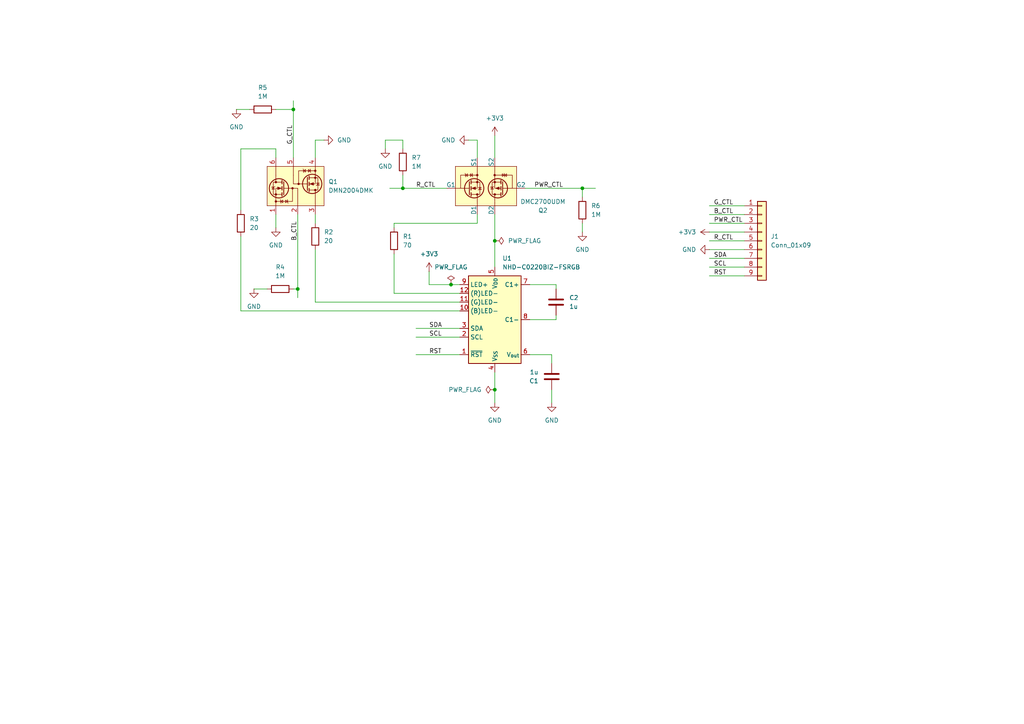
<source format=kicad_sch>
(kicad_sch (version 20231120) (generator "eeschema") (generator_version "8.0")
  (paper "A4")
  (lib_symbols
    (symbol "Connector_Generic:Conn_01x09" (pin_names (offset 1.016) hide)
      (property "Reference" "J" (at 0 12.7 0))
      (property "Value" "Conn_01x09" (at 0 -12.7 0))
      (symbol "Conn_01x09_1_1"
        (rectangle (start -1.27 -10.033) (end 0 -10.287) (stroke (width 0.1524)))
        (rectangle (start -1.27 -7.493) (end 0 -7.747) (stroke (width 0.1524)))
        (rectangle (start -1.27 -4.953) (end 0 -5.207) (stroke (width 0.1524)))
        (rectangle (start -1.27 -2.413) (end 0 -2.667) (stroke (width 0.1524)))
        (rectangle (start -1.27 0.127) (end 0 -0.127) (stroke (width 0.1524)))
        (rectangle (start -1.27 2.667) (end 0 2.413) (stroke (width 0.1524)))
        (rectangle (start -1.27 5.207) (end 0 4.953) (stroke (width 0.1524)))
        (rectangle (start -1.27 7.747) (end 0 7.493) (stroke (width 0.1524)))
        (rectangle (start -1.27 10.287) (end 0 10.033) (stroke (width 0.1524)))
        (rectangle (start -1.27 11.43) (end 1.27 -11.43) (stroke (width 0.254)) (fill (type background)))
        (pin passive line (at -5.08 10.16 0) (length 3.81) (name "Pin_1") (number "1"))
        (pin passive line (at -5.08 7.62 0) (length 3.81) (name "Pin_2") (number "2"))
        (pin passive line (at -5.08 5.08 0) (length 3.81) (name "Pin_3") (number "3"))
        (pin passive line (at -5.08 2.54 0) (length 3.81) (name "Pin_4") (number "4"))
        (pin passive line (at -5.08 0 0) (length 3.81) (name "Pin_5") (number "5"))
        (pin passive line (at -5.08 -2.54 0) (length 3.81) (name "Pin_6") (number "6"))
        (pin passive line (at -5.08 -5.08 0) (length 3.81) (name "Pin_7") (number "7"))
        (pin passive line (at -5.08 -7.62 0) (length 3.81) (name "Pin_8") (number "8"))
        (pin passive line (at -5.08 -10.16 0) (length 3.81) (name "Pin_9") (number "9"))
      )
    )
    (symbol "Device:C" (pin_numbers hide) (pin_names (offset 0.254))
      (property "Reference" "C" (at 0.635 2.54 0))
      (property "Value" "C" (at 0.635 -2.54 0))
      (symbol "C_0_1"
        (polyline (pts (xy -2.032 -0.762) (xy 2.032 -0.762)) (stroke (width 0.508)))
        (polyline (pts (xy -2.032 0.762) (xy 2.032 0.762)) (stroke (width 0.508)))
      )
      (symbol "C_1_1"
        (pin passive line (at 0 3.81 270) (length 2.794) (name "~") (number "1"))
        (pin passive line (at 0 -3.81 90) (length 2.794) (name "~") (number "2"))
      )
    )
    (symbol "Device:R" (pin_numbers hide) (pin_names (offset 0))
      (property "Reference" "R" (at 2.032 0 90))
      (property "Value" "R" (at 0 0 90))
      (symbol "R_0_1"
        (rectangle (start -1.016 -2.54) (end 1.016 2.54) (stroke (width 0.254)))
      )
      (symbol "R_1_1"
        (pin passive line (at 0 3.81 270) (length 1.27) (name "~") (number "1"))
        (pin passive line (at 0 -3.81 90) (length 1.27) (name "~") (number "2"))
      )
    )
    (symbol "Display_Character:NHD-C0220BIZ-FSRGB"
      (property "Reference" "U" (at -7.62 13.335 0))
      (property "Value" "NHD-C0220BIZ-FSRGB" (at 2.54 -13.97 0))
      (symbol "NHD-C0220BIZ-FSRGB_0_1"
        (rectangle (start -7.62 12.7) (end 7.62 -12.7) (stroke (width 0.254)) (fill (type background)))
      )
      (symbol "NHD-C0220BIZ-FSRGB_1_1"
        (pin input line (at -10.16 -10.16 0) (length 2.54) (name "~{RST}") (number "1"))
        (pin passive line (at -10.16 2.54 0) (length 2.54) (name "(B)LED-") (number "10"))
        (pin passive line (at -10.16 5.08 0) (length 2.54) (name "(G)LED-") (number "11"))
        (pin passive line (at -10.16 7.62 0) (length 2.54) (name "(R)LED-") (number "12"))
        (pin input line (at -10.16 -5.08 0) (length 2.54) (name "SCL") (number "2"))
        (pin bidirectional line (at -10.16 -2.54 0) (length 2.54) (name "SDA") (number "3"))
        (pin power_in line (at 0 -15.24 90) (length 2.54) (name "V_{SS}") (number "4"))
        (pin power_in line (at 0 15.24 270) (length 2.54) (name "V_{DD}") (number "5"))
        (pin passive line (at 10.16 -10.16 180) (length 2.54) (name "V_{out}") (number "6"))
        (pin passive line (at 10.16 10.16 180) (length 2.54) (name "C1+") (number "7"))
        (pin passive line (at 10.16 0 180) (length 2.54) (name "C1-") (number "8"))
        (pin passive line (at -10.16 10.16 0) (length 2.54) (name "LED+") (number "9"))
      )
    )
    (symbol "Project_Components:DMC2700UDM" (pin_numbers hide) (pin_names (offset 0))
      (property "Reference" "Q" (at 4.572 8.636 0))
      (property "Value" "DMC2700UDM" (at 4.572 6.35 0))
      (symbol "DMC2700UDM_0_1"
        (polyline (pts (xy -8.89 0) (xy -7.62 0)))
        (polyline (pts (xy -2.5467 3.8045) (xy -2.5467 2.5345)))
        (polyline (pts (xy -2.54 -6.35) (xy -2.54 -5.08)))
        (polyline (pts (xy -2.54 5.08) (xy -2.54 3.81)))
        (polyline (pts (xy 2.5341 -2.5451) (xy 2.5341 -5.0851)))
        (polyline (pts (xy 2.5341 2.5349) (xy 2.5341 1.7729)))
        (polyline (pts (xy 2.5378 2.6595) (xy 2.5378 3.6947)))
        (polyline (pts (xy 2.54 -6.35) (xy 2.54 -6.35)))
        (polyline (pts (xy 2.54 -6.35) (xy 2.54 -5.08)))
        (polyline (pts (xy 2.54 5.08) (xy 2.54 3.81)))
        (polyline (pts (xy 4.3121 -1.2751) (xy 4.3121 -2.2911)) (stroke (width 0.254)))
        (polyline (pts (xy 4.3121 0.5029) (xy 4.3121 -0.5131)) (stroke (width 0.254)))
        (polyline (pts (xy 4.3121 2.2809) (xy 4.3121 1.2649)) (stroke (width 0.254)))
        (polyline (pts (xy 4.8201 -0.0051) (xy 7.6141 -0.0051)))
        (polyline (pts (xy 4.8201 1.8999) (xy 4.8201 -1.9101)) (stroke (width 0.254)))
        (polyline (pts (xy 8.89 0) (xy 7.62 0)))
        (polyline (pts (xy -2.5467 -3.8155) (xy -7.3727 -3.8155) (xy -7.3727 -0.0055)))
        (polyline (pts (xy 2.5341 -2.5451) (xy 2.5341 -0.0051) (xy 4.3121 -0.0051)))
        (polyline (pts (xy 7.6141 -0.0051) (xy 7.6141 -3.8151) (xy 2.5341 -3.8151)))
        (polyline (pts (xy 1.7721 -0.3861) (xy 2.1531 0.2489) (xy 1.3911 0.2489) (xy 1.7721 -0.3861)))
        (polyline (pts (xy 2.2801 -0.5131) (xy 2.1531 -0.3861) (xy 1.3911 -0.3861) (xy 1.2641 -0.2591)))
        (polyline (pts (xy 2.7881 -0.0051) (xy 3.8041 0.3759) (xy 3.8041 -0.3861) (xy 2.7881 -0.0051)) (fill (type outline)))
        (polyline (pts (xy 4.3121 1.7729) (xy 1.7721 1.7729) (xy 1.7721 -1.7831) (xy 4.3121 -1.7831)))
        (circle (center 2.5341 -1.7831) (radius 0.254) (fill (type outline)))
        (circle (center 2.5341 1.7729) (radius 0.254) (fill (type outline)))
        (circle (center 3.4231 -0.0051) (radius 2.794) (stroke (width 0.254)))
      )
      (symbol "DMC2700UDM_1_1"
        (rectangle (start -8.89 5.08) (end 8.89 -6.35) (fill (type background)))
        (circle (center -3.4357 -0.0055) (radius 2.794) (stroke (width 0.254)))
        (circle (center -2.5467 -3.8155) (radius 0.254) (fill (type outline)))
        (circle (center -2.5467 -1.7835) (radius 0.254) (fill (type outline)))
        (circle (center -2.5467 1.7725) (radius 0.254) (fill (type outline)))
        (polyline (pts (xy -4.8327 -0.0055) (xy -7.6267 -0.0055)))
        (polyline (pts (xy -4.8327 1.8995) (xy -4.8327 -1.9105)) (stroke (width 0.254)))
        (polyline (pts (xy -4.3247 -1.2755) (xy -4.3247 -2.2915)) (stroke (width 0.254)))
        (polyline (pts (xy -4.3247 0.5025) (xy -4.3247 -0.5135)) (stroke (width 0.254)))
        (polyline (pts (xy -4.3247 2.2805) (xy -4.3247 1.2645)) (stroke (width 0.254)))
        (polyline (pts (xy -2.5467 -5.0855) (xy -2.5467 -2.5455)))
        (polyline (pts (xy -2.5467 2.5345) (xy -2.5467 1.7725)))
        (polyline (pts (xy -2.5467 -2.5455) (xy -2.5467 -0.0055) (xy -4.3247 -0.0055)))
        (polyline (pts (xy -6.1027 -4.3235) (xy -5.9757 -4.1965) (xy -5.9757 -3.4345) (xy -5.8487 -3.3075)))
        (polyline (pts (xy -5.9757 -3.8155) (xy -5.3407 -4.1965) (xy -5.3407 -3.4345) (xy -5.9757 -3.8155)))
        (polyline (pts (xy -4.3247 -1.7835) (xy -1.7847 -1.7835) (xy -1.7847 1.7725) (xy -4.3247 1.7725)))
        (polyline (pts (xy -4.0707 -0.0055) (xy -3.0547 0.3755) (xy -3.0547 -0.3865) (xy -4.0707 -0.0055)) (fill (type outline)))
        (polyline (pts (xy -3.9437 -3.8155) (xy -4.5787 -3.4345) (xy -4.5787 -4.1965) (xy -3.9437 -3.8155)))
        (polyline (pts (xy -3.8167 -3.3075) (xy -3.9437 -3.4345) (xy -3.9437 -4.1965) (xy -4.0707 -4.3235)))
        (polyline (pts (xy -2.2927 0.5025) (xy -2.1657 0.3755) (xy -1.4037 0.3755) (xy -1.2767 0.2485)))
        (polyline (pts (xy -1.7847 0.3755) (xy -2.1657 -0.2595) (xy -1.4037 -0.2595) (xy -1.7847 0.3755)))
        (polyline (pts (xy 5.2178 -4.3164) (xy 5.3448 -4.1894) (xy 5.3448 -3.4274) (xy 5.4718 -3.3004)))
        (polyline (pts (xy 5.3161 -3.8184) (xy 4.6811 -3.4374) (xy 4.6811 -4.1994) (xy 5.3161 -3.8184)))
        (polyline (pts (xy 5.3448 -3.8084) (xy 5.9798 -4.1894) (xy 5.9798 -3.4274) (xy 5.3448 -3.8084)))
        (circle (center 2.5017 -3.8126) (radius 0.254) (fill (type outline)))
        (pin input line (at -11.43 0 0) (length 2.54) (name "G1") (number "1"))
        (pin passive line (at 2.54 -8.89 90) (length 2.54) (name "S2") (number "2"))
        (pin input line (at 11.43 0 180) (length 2.54) (name "G2") (number "3"))
        (pin passive line (at 2.54 7.62 270) (length 2.54) (name "D2") (number "4"))
        (pin passive line (at -2.54 -8.89 90) (length 2.54) (name "S1") (number "5"))
        (pin passive line (at -2.54 7.62 270) (length 2.54) (name "D1") (number "6"))
      )
    )
    (symbol "Project_Components:DMN2004DMK" (pin_names (offset 0) hide)
      (property "Reference" "Q" (at 9.144 3.81 0))
      (property "Value" "DMN2004DMK" (at 9.144 1.524 0))
      (symbol "DMN2004DMK_0_1"
        (polyline (pts (xy -5.08 2.54) (xy -5.08 1.27)))
        (polyline (pts (xy -5.08 -5.08) (xy -0.254 -5.08) (xy -0.254 -1.27)))
        (polyline (pts (xy 0 -1.27) (xy 1.27 -1.27) (xy 1.27 -6.35)))
        (polyline (pts (xy 1.27 0) (xy 0 0) (xy 0 2.54)))
        (polyline (pts (xy 6.35 3.81) (xy 1.524 3.81) (xy 1.524 0)))
      )
      (symbol "DMN2004DMK_1_1"
        (rectangle (start -7.62 5.08) (end 8.89 -6.35) (fill (type background)))
        (circle (center -5.08 -5.08) (radius 0.254) (fill (type outline)))
        (circle (center -5.08 -3.048) (radius 0.254) (fill (type outline)))
        (circle (center -5.08 0.508) (radius 0.254) (fill (type outline)))
        (circle (center -4.191 -1.27) (radius 2.794) (stroke (width 0.254)))
        (circle (center -0.254 -1.27) (radius 0.254) (fill (type outline)))
        (polyline (pts (xy -5.08 -6.35) (xy -5.08 -3.81)))
        (polyline (pts (xy -5.08 1.27) (xy -5.08 0.508)))
        (polyline (pts (xy -5.08 5.08) (xy -5.08 2.54)))
        (polyline (pts (xy -3.302 -2.54) (xy -3.302 -3.556)) (stroke (width 0.254)))
        (polyline (pts (xy -3.302 -0.762) (xy -3.302 -1.778)) (stroke (width 0.254)))
        (polyline (pts (xy -3.302 1.016) (xy -3.302 0)) (stroke (width 0.254)))
        (polyline (pts (xy -2.794 -1.27) (xy 0 -1.27)))
        (polyline (pts (xy -2.794 0.635) (xy -2.794 -3.175)) (stroke (width 0.254)))
        (polyline (pts (xy 0 5.08) (xy 0 2.54)))
        (polyline (pts (xy 4.064 -1.905) (xy 4.064 1.905)) (stroke (width 0.254)))
        (polyline (pts (xy 4.064 0) (xy 1.27 0)))
        (polyline (pts (xy 4.572 -2.286) (xy 4.572 -1.27)) (stroke (width 0.254)))
        (polyline (pts (xy 4.572 -0.508) (xy 4.572 0.508)) (stroke (width 0.254)))
        (polyline (pts (xy 4.572 1.27) (xy 4.572 2.286)) (stroke (width 0.254)))
        (polyline (pts (xy 6.35 -6.35) (xy 6.35 -2.54)))
        (polyline (pts (xy 6.35 -2.54) (xy 6.35 -1.778)))
        (polyline (pts (xy 6.35 5.08) (xy 6.35 2.54)))
        (polyline (pts (xy -5.08 -3.81) (xy -5.08 -1.27) (xy -3.302 -1.27)))
        (polyline (pts (xy 6.35 2.54) (xy 6.35 0) (xy 4.572 0)))
        (polyline (pts (xy -5.842 -0.889) (xy -5.461 -1.524) (xy -6.223 -1.524) (xy -5.842 -0.889)))
        (polyline (pts (xy -5.334 -0.762) (xy -5.461 -0.889) (xy -6.223 -0.889) (xy -6.35 -1.016)))
        (polyline (pts (xy -3.81 -4.572) (xy -3.683 -4.699) (xy -3.683 -5.461) (xy -3.556 -5.588)))
        (polyline (pts (xy -3.683 -5.08) (xy -3.048 -4.699) (xy -3.048 -5.461) (xy -3.683 -5.08)))
        (polyline (pts (xy -3.556 -1.27) (xy -4.572 -0.889) (xy -4.572 -1.651) (xy -3.556 -1.27)) (fill (type outline)))
        (polyline (pts (xy -3.302 -3.048) (xy -5.842 -3.048) (xy -5.842 0.508) (xy -3.302 0.508)))
        (polyline (pts (xy -1.651 -5.08) (xy -2.286 -5.461) (xy -2.286 -4.699) (xy -1.651 -5.08)))
        (polyline (pts (xy -1.524 -5.588) (xy -1.651 -5.461) (xy -1.651 -4.699) (xy -1.778 -4.572)))
        (polyline (pts (xy 2.794 4.318) (xy 2.921 4.191) (xy 2.921 3.429) (xy 3.048 3.302)))
        (polyline (pts (xy 2.921 3.81) (xy 3.556 4.191) (xy 3.556 3.429) (xy 2.921 3.81)))
        (polyline (pts (xy 4.572 1.778) (xy 7.112 1.778) (xy 7.112 -1.778) (xy 4.572 -1.778)))
        (polyline (pts (xy 4.826 0) (xy 5.842 -0.381) (xy 5.842 0.381) (xy 4.826 0)) (fill (type outline)))
        (polyline (pts (xy 4.953 3.81) (xy 4.318 3.429) (xy 4.318 4.191) (xy 4.953 3.81)))
        (polyline (pts (xy 5.08 3.302) (xy 4.953 3.429) (xy 4.953 4.191) (xy 4.826 4.318)))
        (polyline (pts (xy 6.604 -0.508) (xy 6.731 -0.381) (xy 7.493 -0.381) (xy 7.62 -0.254)))
        (polyline (pts (xy 7.112 -0.381) (xy 6.731 0.254) (xy 7.493 0.254) (xy 7.112 -0.381)))
        (circle (center 1.524 0) (radius 0.254) (fill (type outline)))
        (circle (center 5.461 0) (radius 2.794) (stroke (width 0.254)))
        (circle (center 6.35 -1.778) (radius 0.254) (fill (type outline)))
        (circle (center 6.35 1.778) (radius 0.254) (fill (type outline)))
        (circle (center 6.35 3.81) (radius 0.254) (fill (type outline)))
        (pin passive line (at -5.08 -8.89 90) (length 2.54) (name "S1") (number "1"))
        (pin input line (at 1.27 -8.89 90) (length 2.54) (name "G1") (number "2"))
        (pin passive line (at 6.35 -8.89 90) (length 2.54) (name "D2") (number "3"))
        (pin passive line (at 6.35 7.62 270) (length 2.54) (name "S2") (number "4"))
        (pin input line (at 0 7.62 270) (length 2.54) (name "G2") (number "5"))
        (pin passive line (at -5.08 7.62 270) (length 2.54) (name "D1") (number "6"))
      )
    )
    (symbol "power:+3V3" (power) (pin_numbers hide) (pin_names (offset 0) hide)
      (property "Value" "+3V3" (at 0 3.556 0))
      (symbol "+3V3_0_1"
        (polyline (pts (xy -0.762 1.27) (xy 0 2.54)))
        (polyline (pts (xy 0 0) (xy 0 2.54)))
        (polyline (pts (xy 0 2.54) (xy 0.762 1.27)))
      )
      (symbol "+3V3_1_1"
        (pin power_in line (at 0 0 90) (length 0) (name "~") (number "1"))
      )
    )
    (symbol "power:GND" (power) (pin_numbers hide) (pin_names (offset 0) hide)
      (property "Value" "GND" (at 0 -3.81 0))
      (symbol "GND_0_1"
        (polyline (pts (xy 0 0) (xy 0 -1.27) (xy 1.27 -1.27) (xy 0 -2.54) (xy -1.27 -1.27) (xy 0 -1.27)))
      )
      (symbol "GND_1_1"
        (pin power_in line (at 0 0 270) (length 0) (name "~") (number "1"))
      )
    )
    (symbol "power:PWR_FLAG" (power) (pin_numbers hide) (pin_names (offset 0) hide)
      (property "Value" "PWR_FLAG" (at 0 3.81 0))
      (symbol "PWR_FLAG_0_0"
        (pin power_out line (at 0 0 90) (length 0) (name "~") (number "1"))
      )
      (symbol "PWR_FLAG_0_1"
        (polyline (pts (xy 0 0) (xy 0 1.27) (xy -1.016 1.905) (xy 0 2.54) (xy 1.016 1.905) (xy 0 1.27)))
      )
    )
  )
  (junction (at 85.09 31.75))
  (junction (at 116.84 54.61))
  (junction (at 143.51 113.03))
  (junction (at 86.36 83.82))
  (junction (at 143.51 69.85))
  (junction (at 168.91 54.61))
  (junction (at 130.81 82.55))
  (wire (pts (xy 114.3 73.66) (xy 114.3 85.09)))
  (wire (pts (xy 80.01 45.72) (xy 80.01 43.18)))
  (wire (pts (xy 205.74 64.77) (xy 215.9 64.77)))
  (wire (pts (xy 114.3 66.04) (xy 114.3 64.77)))
  (wire (pts (xy 113.03 54.61) (xy 116.84 54.61)))
  (wire (pts (xy 120.65 97.79) (xy 133.35 97.79)))
  (wire (pts (xy 205.74 80.01) (xy 215.9 80.01)))
  (wire (pts (xy 85.09 31.75) (xy 85.09 45.72)))
  (wire (pts (xy 91.44 87.63) (xy 133.35 87.63)))
  (wire (pts (xy 73.66 83.82) (xy 77.47 83.82)))
  (wire (pts (xy 161.29 82.55) (xy 161.29 83.82)))
  (wire (pts (xy 205.74 67.31) (xy 215.9 67.31)))
  (wire (pts (xy 143.51 113.03) (xy 143.51 116.84)))
  (wire (pts (xy 91.44 40.64) (xy 91.44 45.72)))
  (wire (pts (xy 69.85 68.58) (xy 69.85 90.17)))
  (wire (pts (xy 120.65 95.25) (xy 133.35 95.25)))
  (wire (pts (xy 91.44 72.39) (xy 91.44 87.63)))
  (wire (pts (xy 68.58 31.75) (xy 72.39 31.75)))
  (wire (pts (xy 85.09 31.75) (xy 80.01 31.75)))
  (wire (pts (xy 138.43 40.64) (xy 135.89 40.64)))
  (wire (pts (xy 143.51 69.85) (xy 143.51 77.47)))
  (wire (pts (xy 91.44 62.23) (xy 91.44 64.77)))
  (wire (pts (xy 143.51 39.37) (xy 143.51 45.72)))
  (wire (pts (xy 205.74 59.69) (xy 215.9 59.69)))
  (wire (pts (xy 143.51 107.95) (xy 143.51 113.03)))
  (wire (pts (xy 69.85 60.96) (xy 69.85 43.18)))
  (wire (pts (xy 152.4 54.61) (xy 168.91 54.61)))
  (wire (pts (xy 153.67 92.71) (xy 161.29 92.71)))
  (wire (pts (xy 205.74 69.85) (xy 215.9 69.85)))
  (wire (pts (xy 86.36 83.82) (xy 86.36 86.36)))
  (wire (pts (xy 116.84 54.61) (xy 129.54 54.61)))
  (wire (pts (xy 168.91 54.61) (xy 172.72 54.61)))
  (wire (pts (xy 130.81 82.55) (xy 133.35 82.55)))
  (wire (pts (xy 69.85 43.18) (xy 80.01 43.18)))
  (wire (pts (xy 69.85 90.17) (xy 133.35 90.17)))
  (wire (pts (xy 138.43 62.23) (xy 138.43 64.77)))
  (wire (pts (xy 85.09 83.82) (xy 86.36 83.82)))
  (wire (pts (xy 120.65 102.87) (xy 133.35 102.87)))
  (wire (pts (xy 160.02 102.87) (xy 160.02 105.41)))
  (wire (pts (xy 168.91 64.77) (xy 168.91 67.31)))
  (wire (pts (xy 86.36 62.23) (xy 86.36 83.82)))
  (wire (pts (xy 116.84 50.8) (xy 116.84 54.61)))
  (wire (pts (xy 205.74 62.23) (xy 215.9 62.23)))
  (wire (pts (xy 205.74 72.39) (xy 215.9 72.39)))
  (wire (pts (xy 80.01 62.23) (xy 80.01 66.04)))
  (wire (pts (xy 205.74 74.93) (xy 215.9 74.93)))
  (wire (pts (xy 114.3 64.77) (xy 138.43 64.77)))
  (wire (pts (xy 111.76 43.18) (xy 111.76 40.64)))
  (wire (pts (xy 93.98 40.64) (xy 91.44 40.64)))
  (wire (pts (xy 114.3 85.09) (xy 133.35 85.09)))
  (wire (pts (xy 205.74 77.47) (xy 215.9 77.47)))
  (wire (pts (xy 153.67 102.87) (xy 160.02 102.87)))
  (wire (pts (xy 124.46 82.55) (xy 130.81 82.55)))
  (wire (pts (xy 124.46 78.74) (xy 124.46 82.55)))
  (wire (pts (xy 160.02 113.03) (xy 160.02 116.84)))
  (wire (pts (xy 116.84 40.64) (xy 116.84 43.18)))
  (wire (pts (xy 161.29 92.71) (xy 161.29 91.44)))
  (wire (pts (xy 85.09 29.21) (xy 85.09 31.75)))
  (wire (pts (xy 111.76 40.64) (xy 116.84 40.64)))
  (wire (pts (xy 168.91 54.61) (xy 168.91 57.15)))
  (wire (pts (xy 143.51 62.23) (xy 143.51 69.85)))
  (wire (pts (xy 138.43 45.72) (xy 138.43 40.64)))
  (wire (pts (xy 153.67 82.55) (xy 161.29 82.55)))
  (label "B_CTL" (at 86.36 69.85 90))
  (label "SCL" (at 124.46 97.79 0))
  (label "G_CTL" (at 207.01 59.69 0))
  (label "SCL" (at 207.01 77.47 0))
  (label "G_CTL" (at 85.09 41.91 90))
  (label "R_CTL" (at 120.65 54.61 0))
  (label "SDA" (at 207.01 74.93 0))
  (label "PWR_CTL" (at 154.94 54.61 0))
  (label "RST" (at 124.46 102.87 0))
  (label "SDA" (at 124.46 95.25 0))
  (label "R_CTL" (at 207.01 69.85 0))
  (label "PWR_CTL" (at 207.01 64.77 0))
  (label "RST" (at 207.01 80.01 0))
  (label "B_CTL" (at 207.01 62.23 0))
  (symbol (lib_id "Display_Character:NHD-C0220BIZ-FSRGB") (at 143.51 92.71 0) (unit 1)
    (property "Reference" "U1" (at 145.7041 74.93 0) (effects (justify left)))
    (property "Value" "NHD-C0220BIZ-FSRGB" (at 145.7041 77.47 0) (effects (justify left)))
    (property "Footprint" "Display:NHD-C0220BiZ-FSRGB" (effects (hide yes)))
    (property "Datasheet" "https://newhavendisplay.com/content/specs/NHD-C0220BiZ-FSRGB-FBW-3VM.pdf" (effects (hide yes)))
    (property "Description" "2x20 character LCD module with common anode RGB backlight, I2C, 3.3V" (effects (hide yes)))
  )
  (symbol (lib_id "power:GND") (at 135.89 40.64 270) (unit 1)
    (property "Reference" "#PWR05" (effects (hide yes)))
    (property "Value" "GND" (at 132.08 40.6399 90) (effects (justify right)))
    (property "Description" "Power symbol creates a global label with name \"GND\" , ground" (effects (hide yes)))
  )
  (symbol (lib_id "power:+3V3") (at 143.51 39.37 0) (unit 1)
    (property "Reference" "#PWR01" (effects (hide yes)))
    (property "Value" "+3V3" (at 143.51 34.29 0))
    (property "Description" "Power symbol creates a global label with name \"+3V3\"" (effects (hide yes)))
  )
  (symbol (lib_id "Connector_Generic:Conn_01x09") (at 220.98 69.85 0) (unit 1)
    (property "Reference" "J1" (at 223.52 68.5799 0) (effects (justify left)))
    (property "Value" "Conn_01x09" (at 223.52 71.1199 0) (effects (justify left)))
    (property "Footprint" "Connector_PinHeader_2.54mm:PinHeader_1x09_P2.54mm_Vertical" (effects (hide yes)))
    (property "Description" "Generic connector, single row, 01x09, script generated (kicad-library-utils/schlib/autogen/connector/)" (effects (hide yes)))
  )
  (symbol (lib_id "Device:C") (at 160.02 109.22 180) (unit 1)
    (property "Reference" "C1" (at 156.21 110.4901 0) (effects (justify left)))
    (property "Value" "1u" (at 156.21 107.9501 0) (effects (justify left)))
    (property "Footprint" "Capacitor_SMD:C_0402_1005Metric" (effects (hide yes)))
    (property "Description" "Unpolarized capacitor" (effects (hide yes)))
  )
  (symbol (lib_id "power:GND") (at 93.98 40.64 90) (unit 1)
    (property "Reference" "#PWR07" (effects (hide yes)))
    (property "Value" "GND" (at 97.79 40.6399 90) (effects (justify right)))
    (property "Description" "Power symbol creates a global label with name \"GND\" , ground" (effects (hide yes)))
  )
  (symbol (lib_id "power:PWR_FLAG") (at 143.51 69.85 270) (unit 1)
    (property "Reference" "#FLG03" (effects (hide yes)))
    (property "Value" "PWR_FLAG" (at 147.32 69.8499 90) (effects (justify left)))
    (property "Description" "Special symbol for telling ERC where power comes from" (effects (hide yes)))
  )
  (symbol (lib_id "power:PWR_FLAG") (at 130.81 82.55 0) (unit 1)
    (property "Reference" "#FLG01" (effects (hide yes)))
    (property "Value" "PWR_FLAG" (at 130.81 77.47 0))
    (property "Description" "Special symbol for telling ERC where power comes from" (effects (hide yes)))
  )
  (symbol (lib_id "power:GND") (at 73.66 83.82 0) (unit 1)
    (property "Reference" "#PWR010" (effects (hide yes)))
    (property "Value" "GND" (at 73.66 88.9 0))
    (property "Description" "Power symbol creates a global label with name \"GND\" , ground" (effects (hide yes)))
  )
  (symbol (lib_id "power:GND") (at 168.91 67.31 0) (unit 1)
    (property "Reference" "#PWR012" (effects (hide yes)))
    (property "Value" "GND" (at 168.91 72.39 0))
    (property "Description" "Power symbol creates a global label with name \"GND\" , ground" (effects (hide yes)))
  )
  (symbol (lib_id "power:GND") (at 160.02 116.84 0) (unit 1)
    (property "Reference" "#PWR03" (effects (hide yes)))
    (property "Value" "GND" (at 160.02 121.92 0))
    (property "Description" "Power symbol creates a global label with name \"GND\" , ground" (effects (hide yes)))
  )
  (symbol (lib_id "power:GND") (at 68.58 31.75 0) (unit 1)
    (property "Reference" "#PWR011" (effects (hide yes)))
    (property "Value" "GND" (at 68.58 36.83 0))
    (property "Description" "Power symbol creates a global label with name \"GND\" , ground" (effects (hide yes)))
  )
  (symbol (lib_id "Device:R") (at 116.84 46.99 0) (unit 1)
    (property "Reference" "R7" (at 119.38 45.7199 0) (effects (justify left)))
    (property "Value" "1M" (at 119.38 48.2599 0) (effects (justify left)))
    (property "Footprint" "Resistor_SMD:R_0402_1005Metric" (effects (hide yes)))
    (property "Description" "Resistor" (effects (hide yes)))
  )
  (symbol (lib_id "Device:R") (at 91.44 68.58 0) (unit 1)
    (property "Reference" "R2" (at 93.98 67.3099 0) (effects (justify left)))
    (property "Value" "20" (at 93.98 69.8499 0) (effects (justify left)))
    (property "Footprint" "Resistor_SMD:R_0402_1005Metric" (effects (hide yes)))
    (property "Description" "Resistor" (effects (hide yes)))
  )
  (symbol (lib_id "Device:R") (at 76.2 31.75 90) (unit 1)
    (property "Reference" "R5" (at 76.2 25.4 90))
    (property "Value" "1M" (at 76.2 27.94 90))
    (property "Footprint" "Resistor_SMD:R_0402_1005Metric" (effects (hide yes)))
    (property "Description" "Resistor" (effects (hide yes)))
  )
  (symbol (lib_id "Device:C") (at 161.29 87.63 0) (unit 1)
    (property "Reference" "C2" (at 165.1 86.3599 0) (effects (justify left)))
    (property "Value" "1u" (at 165.1 88.8999 0) (effects (justify left)))
    (property "Footprint" "Capacitor_SMD:C_0402_1005Metric" (effects (hide yes)))
    (property "Description" "Unpolarized capacitor" (effects (hide yes)))
  )
  (symbol (lib_id "power:GND") (at 111.76 43.18 0) (unit 1)
    (property "Reference" "#PWR013" (effects (hide yes)))
    (property "Value" "GND" (at 111.76 48.26 0))
    (property "Description" "Power symbol creates a global label with name \"GND\" , ground" (effects (hide yes)))
  )
  (symbol (lib_id "Device:R") (at 114.3 69.85 0) (unit 1)
    (property "Reference" "R1" (at 116.84 68.5799 0) (effects (justify left)))
    (property "Value" "70" (at 116.84 71.1199 0) (effects (justify left)))
    (property "Footprint" "Resistor_SMD:R_0402_1005Metric" (effects (hide yes)))
    (property "Description" "Resistor" (effects (hide yes)))
  )
  (symbol (lib_id "Device:R") (at 81.28 83.82 90) (unit 1)
    (property "Reference" "R4" (at 81.28 77.47 90))
    (property "Value" "1M" (at 81.28 80.01 90))
    (property "Footprint" "Resistor_SMD:R_0402_1005Metric" (effects (hide yes)))
    (property "Description" "Resistor" (effects (hide yes)))
  )
  (symbol (lib_id "power:GND") (at 80.01 66.04 0) (unit 1)
    (property "Reference" "#PWR06" (effects (hide yes)))
    (property "Value" "GND" (at 80.01 71.12 0))
    (property "Description" "Power symbol creates a global label with name \"GND\" , ground" (effects (hide yes)))
  )
  (symbol (lib_id "Device:R") (at 168.91 60.96 0) (unit 1)
    (property "Reference" "R6" (at 171.45 59.6899 0) (effects (justify left)))
    (property "Value" "1M" (at 171.45 62.2299 0) (effects (justify left)))
    (property "Footprint" "Resistor_SMD:R_0402_1005Metric" (effects (hide yes)))
    (property "Description" "Resistor" (effects (hide yes)))
  )
  (symbol (lib_id "Device:R") (at 69.85 64.77 0) (unit 1)
    (property "Reference" "R3" (at 72.39 63.4999 0) (effects (justify left)))
    (property "Value" "20" (at 72.39 66.0399 0) (effects (justify left)))
    (property "Footprint" "Resistor_SMD:R_0402_1005Metric" (effects (hide yes)))
    (property "Description" "Resistor" (effects (hide yes)))
  )
  (symbol (lib_id "power:+3V3") (at 124.46 78.74 0) (unit 1)
    (property "Reference" "#PWR04" (effects (hide yes)))
    (property "Value" "+3V3" (at 124.46 73.66 0))
    (property "Description" "Power symbol creates a global label with name \"+3V3\"" (effects (hide yes)))
  )
  (symbol (lib_id "Project_Components:DMC2700UDM") (at 140.97 54.61 0) (mirror x) (unit 1)
    (property "Reference" "Q2" (at 157.48 61.0302 0))
    (property "Value" "DMC2700UDM" (at 157.48 58.4902 0))
    (property "Footprint" "Package_TO_SOT_SMD:SOT-23-6" (effects (hide yes)))
    (property "Datasheet" "https://www.diodes.com/assets/Datasheets/DMC2700UDM.pdf" (effects (hide yes)))
    (property "Description" "20V Vds, 0.54 Id, Complementary Pair MOSFET with ESD protection, SOT-26" (effects (hide yes)))
  )
  (symbol (lib_id "power:GND") (at 205.74 72.39 270) (unit 1)
    (property "Reference" "#PWR08" (effects (hide yes)))
    (property "Value" "GND" (at 201.93 72.3899 90) (effects (justify right)))
    (property "Description" "Power symbol creates a global label with name \"GND\" , ground" (effects (hide yes)))
  )
  (symbol (lib_id "Project_Components:DMN2004DMK") (at 85.09 53.34 0) (unit 1)
    (property "Reference" "Q1" (at 95.25 52.7049 0) (effects (justify left)))
    (property "Value" "DMN2004DMK" (at 95.25 55.2449 0) (effects (justify left)))
    (property "Footprint" "Package_TO_SOT_SMD:SOT-23-6" (effects (hide yes)))
    (property "Datasheet" "https://www.diodes.com/assets/Datasheets/ds30937.pdf" (effects (hide yes)))
    (property "Description" "20V Vds, 0.54 Id, Dual N-Channel MOSFET with ESD protection, SOT-26" (effects (hide yes)))
  )
  (symbol (lib_id "power:+3V3") (at 205.74 67.31 90) (unit 1)
    (property "Reference" "#PWR09" (effects (hide yes)))
    (property "Value" "+3V3" (at 201.93 67.3099 90) (effects (justify left)))
    (property "Description" "Power symbol creates a global label with name \"+3V3\"" (effects (hide yes)))
  )
  (symbol (lib_id "power:GND") (at 143.51 116.84 0) (unit 1)
    (property "Reference" "#PWR02" (effects (hide yes)))
    (property "Value" "GND" (at 143.51 121.92 0))
    (property "Description" "Power symbol creates a global label with name \"GND\" , ground" (effects (hide yes)))
  )
  (symbol (lib_id "power:PWR_FLAG") (at 143.51 113.03 90) (unit 1)
    (property "Reference" "#FLG02" (effects (hide yes)))
    (property "Value" "PWR_FLAG" (at 139.7 113.0299 90) (effects (justify left)))
    (property "Description" "Special symbol for telling ERC where power comes from" (effects (hide yes)))
  )
)
</source>
